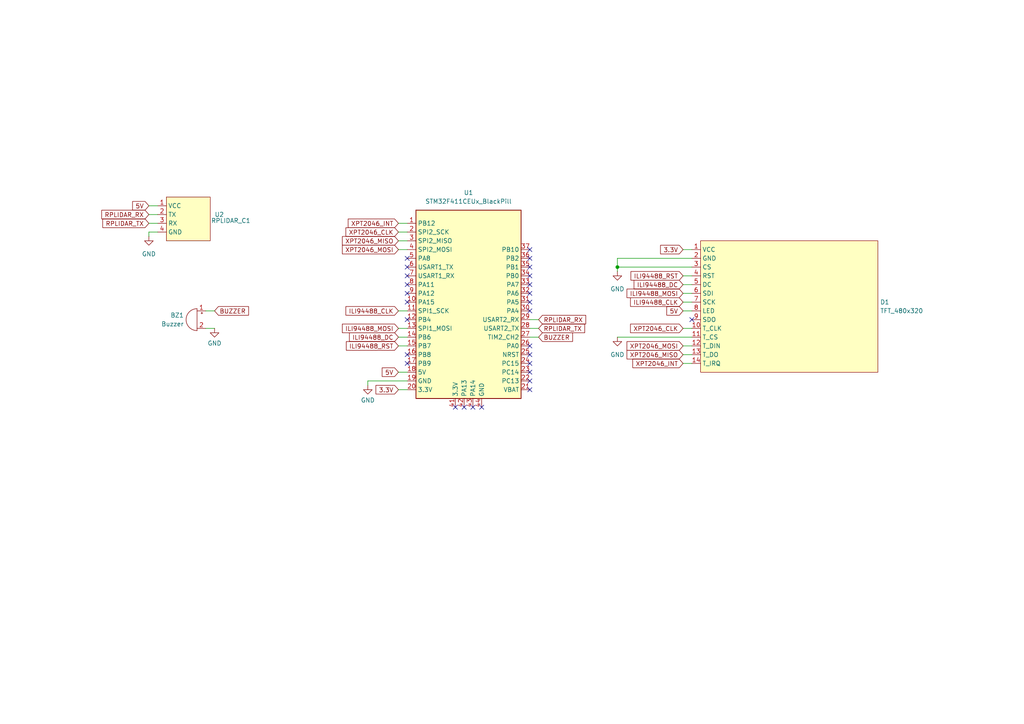
<source format=kicad_sch>
(kicad_sch (version 20250114) (generator "eeschema") (generator_version "9.0")
  (paper "A4")
  (lib_symbols
    (symbol "Device:Buzzer" (pin_names (offset 0.0254) (hide yes))
      (property "Reference" "BZ" (at 3.81 1.27 0))
      (property "Value" "Buzzer" (at 3.81 -1.27 0))
      (symbol "Buzzer_0_1"
        (polyline (pts (xy -1.651 1.905) (xy -1.143 1.905)))
        (polyline (pts (xy -1.397 2.159) (xy -1.397 1.651)))
        (arc (start 0 3.175) (mid 3.1612 0) (end 0 -3.175))
        (polyline (pts (xy 0 3.175) (xy 0 -3.175)))
      )
      (symbol "Buzzer_1_1"
        (pin passive line (at -2.54 2.54 0) (length 2.54) (name "+") (number "1"))
        (pin passive line (at -2.54 -2.54 0) (length 2.54) (name "-") (number "2"))
      )
    )
    (symbol "Project:RPLIDAR_C1"
      (property "Reference" "U" (at 7.874 3.81 0))
      (property "Value" "RPLIDAR_C1" (at -0.508 7.62 0))
      (symbol "RPLIDAR_C1_1_1"
        (rectangle (start -6.35 6.35) (end 6.35 -6.35) (fill (type background)))
        (pin power_in line (at -8.89 3.81 0) (length 2.54) (name "VCC") (number "1"))
        (pin output line (at -8.89 1.27 0) (length 2.54) (name "TX") (number "2"))
        (pin output line (at -8.89 -1.27 0) (length 2.54) (name "RX") (number "3"))
        (pin power_in line (at -8.89 -3.81 0) (length 2.54) (name "GND") (number "4"))
      )
    )
    (symbol "Project:STM32F411CEUx_BlackPill"
      (property "Reference" "U" (at -15.24 41.91 0))
      (property "Value" "STM32F411CEUx_BlackPill" (at -12.192 41.402 0))
      (symbol "STM32F411CEUx_BlackPill_0_1"
        (rectangle (start -15.24 39.37) (end 15.24 -15.24) (stroke (width 0.254)) (fill (type background)))
      )
      (symbol "STM32F411CEUx_BlackPill_1_1"
        (pin bidirectional line (at -17.78 35.56 0) (length 2.54) (name "PB12") (number "1"))
        (pin bidirectional line (at -17.78 33.02 0) (length 2.54) (name "PB13") (number "2") (alternate "SPI2_SCK" bidirectional line))
        (pin bidirectional line (at -17.78 30.48 0) (length 2.54) (name "PB14") (number "3") (alternate "SPI2_MISO" bidirectional line))
        (pin bidirectional line (at -17.78 27.94 0) (length 2.54) (name "PB15") (number "4") (alternate "SPI2_MOSI" bidirectional line))
        (pin bidirectional line (at -17.78 25.4 0) (length 2.54) (name "PA8") (number "5"))
        (pin bidirectional line (at -17.78 22.86 0) (length 2.54) (name "PA9") (number "6") (alternate "USART1_TX" bidirectional line))
        (pin bidirectional line (at -17.78 20.32 0) (length 2.54) (name "PA10") (number "7") (alternate "USART1_RX" bidirectional line))
        (pin bidirectional line (at -17.78 17.78 0) (length 2.54) (name "PA11") (number "8"))
        (pin bidirectional line (at -17.78 15.24 0) (length 2.54) (name "PA12") (number "9"))
        (pin bidirectional line (at -17.78 12.7 0) (length 2.54) (name "PA15") (number "10") (alternate "USART1_TX" bidirectional line))
        (pin bidirectional line (at -17.78 10.16 0) (length 2.54) (name "PB3") (number "11") (alternate "SPI1_SCK" bidirectional line) (alternate "TIM2_CH2" bidirectional line) (alternate "USART1_RX" bidirectional line))
        (pin bidirectional line (at -17.78 7.62 0) (length 2.54) (name "PB4") (number "12"))
        (pin bidirectional line (at -17.78 5.08 0) (length 2.54) (name "PB5") (number "13") (alternate "SPI1_MOSI" bidirectional line))
        (pin bidirectional line (at -17.78 2.54 0) (length 2.54) (name "PB6") (number "14") (alternate "USART1_TX" bidirectional line))
        (pin bidirectional line (at -17.78 0 0) (length 2.54) (name "PB7") (number "15") (alternate "USART1_RX" bidirectional line))
        (pin bidirectional line (at -17.78 -2.54 0) (length 2.54) (name "PB8") (number "16"))
        (pin bidirectional line (at -17.78 -5.08 0) (length 2.54) (name "PB9") (number "17"))
        (pin power_out line (at -17.78 -7.62 0) (length 2.54) (name "5V") (number "18"))
        (pin power_out line (at -17.78 -10.16 0) (length 2.54) (name "GND") (number "19"))
        (pin power_out line (at -17.78 -12.7 0) (length 2.54) (name "3.3V") (number "20"))
        (pin power_out line (at -3.81 -17.78 90) (length 2.54) (name "3.3V") (number "41"))
        (pin bidirectional line (at -1.27 -17.78 90) (length 2.54) (name "PA13") (number "42"))
        (pin bidirectional line (at 1.27 -17.78 90) (length 2.54) (name "PA14") (number "43"))
        (pin power_out line (at 3.81 -17.78 90) (length 2.54) (name "GND") (number "44"))
        (pin bidirectional line (at 17.78 27.94 180) (length 2.54) (name "PB10") (number "37") (alternate "SPI2_SCK" bidirectional line))
        (pin bidirectional line (at 17.78 25.4 180) (length 2.54) (name "PB2") (number "36"))
        (pin bidirectional line (at 17.78 22.86 180) (length 2.54) (name "PB1") (number "35"))
        (pin bidirectional line (at 17.78 20.32 180) (length 2.54) (name "PB0") (number "34"))
        (pin bidirectional line (at 17.78 17.78 180) (length 2.54) (name "PA7") (number "33") (alternate "SPI1_MOSI" bidirectional line))
        (pin bidirectional line (at 17.78 15.24 180) (length 2.54) (name "PA6") (number "32"))
        (pin bidirectional line (at 17.78 12.7 180) (length 2.54) (name "PA5") (number "31") (alternate "SPI1_SCK" bidirectional line))
        (pin bidirectional line (at 17.78 10.16 180) (length 2.54) (name "PA4") (number "30"))
        (pin bidirectional line (at 17.78 7.62 180) (length 2.54) (name "PA3") (number "29") (alternate "USART2_RX" bidirectional line))
        (pin bidirectional line (at 17.78 5.08 180) (length 2.54) (name "PA2") (number "28") (alternate "USART2_TX" bidirectional line))
        (pin bidirectional line (at 17.78 2.54 180) (length 2.54) (name "PA1") (number "27") (alternate "TIM2_CH2" bidirectional line))
        (pin bidirectional line (at 17.78 0 180) (length 2.54) (name "PA0") (number "26"))
        (pin input line (at 17.78 -2.54 180) (length 2.54) (name "NRST") (number "25"))
        (pin bidirectional line (at 17.78 -5.08 180) (length 2.54) (name "PC15") (number "24"))
        (pin bidirectional line (at 17.78 -7.62 180) (length 2.54) (name "PC14") (number "23"))
        (pin bidirectional line (at 17.78 -10.16 180) (length 2.54) (name "PC13") (number "22"))
        (pin power_in line (at 17.78 -12.7 180) (length 2.54) (name "VBAT") (number "21"))
      )
    )
    (symbol "Project:TFT_ILI9488_480x320"
      (property "Reference" "D" (at -11.176 20.447 0))
      (property "Value" "TFT_480x320" (at 0 20.447 0))
      (symbol "TFT_ILI9488_480x320_1_1"
        (rectangle (start -25.4 19.05) (end 26.035 -19.05) (fill (type background)))
        (pin power_in line (at -27.94 16.51 0) (length 2.54) (name "VCC") (number "1"))
        (pin power_in line (at -27.94 13.97 0) (length 2.54) (name "GND") (number "2"))
        (pin input line (at -27.94 11.43 0) (length 2.54) (name "CS") (number "3"))
        (pin input line (at -27.94 8.89 0) (length 2.54) (name "RST") (number "4"))
        (pin input line (at -27.94 6.35 0) (length 2.54) (name "DC") (number "5"))
        (pin input line (at -27.94 3.81 0) (length 2.54) (name "SDI") (number "6"))
        (pin input line (at -27.94 1.27 0) (length 2.54) (name "SCK") (number "7"))
        (pin input line (at -27.94 -1.27 0) (length 2.54) (name "LED") (number "8"))
        (pin output line (at -27.94 -3.81 0) (length 2.54) (name "SDO") (number "9"))
        (pin input line (at -27.94 -6.35 0) (length 2.54) (name "T_CLK") (number "10"))
        (pin input line (at -27.94 -8.89 0) (length 2.54) (name "T_CS") (number "11"))
        (pin input line (at -27.94 -11.43 0) (length 2.54) (name "T_DIN") (number "12"))
        (pin output line (at -27.94 -13.97 0) (length 2.54) (name "T_DO") (number "13"))
        (pin output line (at -27.94 -16.51 0) (length 2.54) (name "T_IRQ") (number "14"))
      )
    )
    (symbol "power:GND" (power) (pin_numbers (hide yes)) (pin_names (offset 0) (hide yes))
      (property "Value" "GND" (at 0 -3.81 0))
      (symbol "GND_0_1"
        (polyline (pts (xy 0 0) (xy 0 -1.27) (xy 1.27 -1.27) (xy 0 -2.54) (xy -1.27 -1.27) (xy 0 -1.27)))
      )
      (symbol "GND_1_1"
        (pin power_in line (at 0 0 270) (length 0) (name "~") (number "1"))
      )
    )
  )
  (junction (at 179.07 77.47))
  (no_connect (at 153.67 72.39))
  (no_connect (at 118.11 105.41))
  (no_connect (at 118.11 87.63))
  (no_connect (at 153.67 107.95))
  (no_connect (at 153.67 90.17))
  (no_connect (at 118.11 77.47))
  (no_connect (at 153.67 87.63))
  (no_connect (at 153.67 85.09))
  (no_connect (at 132.08 118.11))
  (no_connect (at 153.67 80.01))
  (no_connect (at 153.67 113.03))
  (no_connect (at 118.11 92.71))
  (no_connect (at 153.67 110.49))
  (no_connect (at 118.11 82.55))
  (no_connect (at 153.67 74.93))
  (no_connect (at 118.11 74.93))
  (no_connect (at 153.67 105.41))
  (no_connect (at 118.11 102.87))
  (no_connect (at 200.66 92.71))
  (no_connect (at 153.67 102.87))
  (no_connect (at 118.11 80.01))
  (no_connect (at 137.16 118.11))
  (no_connect (at 118.11 85.09))
  (no_connect (at 139.7 118.11))
  (no_connect (at 153.67 77.47))
  (no_connect (at 153.67 82.55))
  (no_connect (at 134.62 118.11))
  (no_connect (at 153.67 100.33))
  (wire (pts (xy 115.57 113.03) (xy 118.11 113.03)))
  (wire (pts (xy 198.12 100.33) (xy 200.66 100.33)))
  (wire (pts (xy 179.07 97.79) (xy 200.66 97.79)))
  (wire (pts (xy 115.57 67.31) (xy 118.11 67.31)))
  (wire (pts (xy 115.57 95.25) (xy 118.11 95.25)))
  (wire (pts (xy 179.07 77.47) (xy 179.07 74.93)))
  (wire (pts (xy 59.69 95.25) (xy 62.23 95.25)))
  (wire (pts (xy 43.18 64.77) (xy 45.72 64.77)))
  (wire (pts (xy 198.12 87.63) (xy 200.66 87.63)))
  (wire (pts (xy 198.12 95.25) (xy 200.66 95.25)))
  (wire (pts (xy 115.57 69.85) (xy 118.11 69.85)))
  (wire (pts (xy 115.57 90.17) (xy 118.11 90.17)))
  (wire (pts (xy 106.68 110.49) (xy 118.11 110.49)))
  (wire (pts (xy 115.57 64.77) (xy 118.11 64.77)))
  (wire (pts (xy 115.57 72.39) (xy 118.11 72.39)))
  (wire (pts (xy 43.18 67.31) (xy 45.72 67.31)))
  (wire (pts (xy 198.12 80.01) (xy 200.66 80.01)))
  (wire (pts (xy 153.67 92.71) (xy 156.21 92.71)))
  (wire (pts (xy 179.07 74.93) (xy 200.66 74.93)))
  (wire (pts (xy 198.12 90.17) (xy 200.66 90.17)))
  (wire (pts (xy 153.67 95.25) (xy 156.21 95.25)))
  (wire (pts (xy 198.12 82.55) (xy 200.66 82.55)))
  (wire (pts (xy 198.12 105.41) (xy 200.66 105.41)))
  (wire (pts (xy 43.18 68.58) (xy 43.18 67.31)))
  (wire (pts (xy 198.12 85.09) (xy 200.66 85.09)))
  (wire (pts (xy 115.57 100.33) (xy 118.11 100.33)))
  (wire (pts (xy 106.68 111.76) (xy 106.68 110.49)))
  (wire (pts (xy 179.07 77.47) (xy 200.66 77.47)))
  (wire (pts (xy 43.18 62.23) (xy 45.72 62.23)))
  (wire (pts (xy 115.57 97.79) (xy 118.11 97.79)))
  (wire (pts (xy 115.57 107.95) (xy 118.11 107.95)))
  (wire (pts (xy 59.69 90.17) (xy 62.23 90.17)))
  (wire (pts (xy 153.67 97.79) (xy 156.21 97.79)))
  (wire (pts (xy 179.07 78.74) (xy 179.07 77.47)))
  (wire (pts (xy 198.12 102.87) (xy 200.66 102.87)))
  (wire (pts (xy 43.18 59.69) (xy 45.72 59.69)))
  (wire (pts (xy 198.12 72.39) (xy 200.66 72.39)))
  (global_label "ILI94488_CLK" (shape input) (at 115.57 90.17 180) (property "Intersheetrefs" "${INTERSHEET_REFS}" (effects (hide yes))))
  (global_label "ILI94488_MOSI" (shape input) (at 198.12 85.09 180) (property "Intersheetrefs" "${INTERSHEET_REFS}" (effects (hide yes))))
  (global_label "ILI94488_DC" (shape input) (at 198.12 82.55 180) (property "Intersheetrefs" "${INTERSHEET_REFS}" (effects (hide yes))))
  (global_label "XPT2046_MISO" (shape input) (at 115.57 69.85 180) (property "Intersheetrefs" "${INTERSHEET_REFS}" (effects (hide yes))))
  (global_label "BUZZER" (shape input) (at 156.21 97.79 0) (property "Intersheetrefs" "${INTERSHEET_REFS}" (effects (hide yes))))
  (global_label "3.3V" (shape input) (at 198.12 72.39 180) (property "Intersheetrefs" "${INTERSHEET_REFS}" (effects (hide yes))))
  (global_label "ILI94488_RST" (shape input) (at 115.57 100.33 180) (property "Intersheetrefs" "${INTERSHEET_REFS}" (effects (hide yes))))
  (global_label "ILI94488_DC" (shape input) (at 115.57 97.79 180) (property "Intersheetrefs" "${INTERSHEET_REFS}" (effects (hide yes))))
  (global_label "ILI94488_RST" (shape input) (at 198.12 80.01 180) (property "Intersheetrefs" "${INTERSHEET_REFS}" (effects (hide yes))))
  (global_label "RPLIDAR_TX" (shape input) (at 156.21 95.25 0) (property "Intersheetrefs" "${INTERSHEET_REFS}" (effects (hide yes))))
  (global_label "XPT2046_MISO" (shape input) (at 198.12 102.87 180) (property "Intersheetrefs" "${INTERSHEET_REFS}" (effects (hide yes))))
  (global_label "XPT2046_INT" (shape input) (at 115.57 64.77 180) (property "Intersheetrefs" "${INTERSHEET_REFS}" (effects (hide yes))))
  (global_label "BUZZER" (shape input) (at 62.23 90.17 0) (property "Intersheetrefs" "${INTERSHEET_REFS}" (effects (hide yes))))
  (global_label "ILI94488_MOSI" (shape input) (at 115.57 95.25 180) (property "Intersheetrefs" "${INTERSHEET_REFS}" (effects (hide yes))))
  (global_label "RPLIDAR_TX" (shape input) (at 43.18 64.77 180) (property "Intersheetrefs" "${INTERSHEET_REFS}" (effects (hide yes))))
  (global_label "XPT2046_CLK" (shape input) (at 115.57 67.31 180) (property "Intersheetrefs" "${INTERSHEET_REFS}" (effects (hide yes))))
  (global_label "XPT2046_INT" (shape input) (at 198.12 105.41 180) (property "Intersheetrefs" "${INTERSHEET_REFS}" (effects (hide yes))))
  (global_label "ILI94488_CLK" (shape input) (at 198.12 87.63 180) (property "Intersheetrefs" "${INTERSHEET_REFS}" (effects (hide yes))))
  (global_label "3.3V" (shape input) (at 115.57 113.03 180) (property "Intersheetrefs" "${INTERSHEET_REFS}" (effects (hide yes))))
  (global_label "5V" (shape input) (at 198.12 90.17 180) (property "Intersheetrefs" "${INTERSHEET_REFS}" (effects (hide yes))))
  (global_label "5V" (shape input) (at 115.57 107.95 180) (property "Intersheetrefs" "${INTERSHEET_REFS}" (effects (hide yes))))
  (global_label "RPLIDAR_RX" (shape input) (at 156.21 92.71 0) (property "Intersheetrefs" "${INTERSHEET_REFS}" (effects (hide yes))))
  (global_label "5V" (shape input) (at 43.18 59.69 180) (property "Intersheetrefs" "${INTERSHEET_REFS}" (effects (hide yes))))
  (global_label "RPLIDAR_RX" (shape input) (at 43.18 62.23 180) (property "Intersheetrefs" "${INTERSHEET_REFS}" (effects (hide yes))))
  (global_label "XPT2046_MOSI" (shape input) (at 115.57 72.39 180) (property "Intersheetrefs" "${INTERSHEET_REFS}" (effects (hide yes))))
  (global_label "XPT2046_CLK" (shape input) (at 198.12 95.25 180) (property "Intersheetrefs" "${INTERSHEET_REFS}" (effects (hide yes))))
  (global_label "XPT2046_MOSI" (shape input) (at 198.12 100.33 180) (property "Intersheetrefs" "${INTERSHEET_REFS}" (effects (hide yes))))
  (symbol (lib_id "power:GND") (at 179.07 97.79 0) (unit 1)
    (property "Reference" "#PWR04" (effects (hide yes)))
    (property "Value" "GND" (at 179.07 102.87 0))
    (property "Description" "Power symbol creates a global label with name \"GND\" , ground" (effects (hide yes)))
  )
  (symbol (lib_id "Project:TFT_ILI9488_480x320") (at 228.6 88.9 0) (unit 1)
    (property "Reference" "D1" (at 255.27 87.6299 0) (effects (justify left)))
    (property "Value" "TFT_480x320" (at 255.27 90.1699 0) (effects (justify left)))
    (property "Footprint" "Library:TFT_ILI9488_480x320" (effects (hide yes)))
  )
  (symbol (lib_id "power:GND") (at 43.18 68.58 0) (unit 1)
    (property "Reference" "#PWR01" (effects (hide yes)))
    (property "Value" "GND" (at 43.18 73.66 0))
    (property "Description" "Power symbol creates a global label with name \"GND\" , ground" (effects (hide yes)))
  )
  (symbol (lib_id "Project:RPLIDAR_C1") (at 54.61 63.5 0) (unit 1)
    (property "Reference" "U2" (at 62.23 62.2299 0) (effects (justify left)))
    (property "Value" "RPLIDAR_C1" (at 61.214 64.008 0) (effects (justify left)))
    (property "Footprint" "Connector_JST:JST_XH_B4B-XH-AM_1x04_P2.50mm_Vertical" (effects (hide yes)))
  )
  (symbol (lib_id "Device:Buzzer") (at 57.15 92.71 0) (mirror y) (unit 1)
    (property "Reference" "BZ1" (at 53.34 91.4399 0) (effects (justify left)))
    (property "Value" "Buzzer" (at 53.34 93.9799 0) (effects (justify left)))
    (property "Footprint" "Buzzer_Beeper:Buzzer_D14mm_H7mm_P10mm" (effects (hide yes)))
    (property "Description" "Buzzer, polarized" (effects (hide yes)))
  )
  (symbol (lib_id "Project:STM32F411CEUx_BlackPill") (at 135.89 100.33 0) (unit 1)
    (property "Reference" "U1" (at 135.89 55.88 0))
    (property "Value" "STM32F411CEUx_BlackPill" (at 135.89 58.42 0))
    (property "Footprint" "Library:STM32F4x1CxU6 WeActStudio" (effects (hide yes)))
    (property "Datasheet" "https://github.com/WeActStudio/WeActStudio.BlackPill" (effects (hide yes)))
    (pin "29" (alternate "USART2_RX"))
    (pin "27" (alternate "TIM2_CH2"))
    (pin "4" (alternate "SPI2_MOSI"))
    (pin "28" (alternate "USART2_TX"))
    (pin "11" (alternate "SPI1_SCK"))
    (pin "3" (alternate "SPI2_MISO"))
    (pin "13" (alternate "SPI1_MOSI"))
    (pin "2" (alternate "SPI2_SCK"))
    (pin "7" (alternate "USART1_RX"))
    (pin "6" (alternate "USART1_TX"))
  )
  (symbol (lib_id "power:GND") (at 106.68 111.76 0) (unit 1)
    (property "Reference" "#PWR03" (effects (hide yes)))
    (property "Value" "GND" (at 106.68 116.078 0))
    (property "Description" "Power symbol creates a global label with name \"GND\" , ground" (effects (hide yes)))
  )
  (symbol (lib_id "power:GND") (at 179.07 78.74 0) (unit 1)
    (property "Reference" "#PWR02" (effects (hide yes)))
    (property "Value" "GND" (at 179.07 83.82 0))
    (property "Description" "Power symbol creates a global label with name \"GND\" , ground" (effects (hide yes)))
  )
  (symbol (lib_id "power:GND") (at 62.23 95.25 0) (unit 1)
    (property "Reference" "#PWR05" (effects (hide yes)))
    (property "Value" "GND" (at 62.23 99.568 0))
    (property "Description" "Power symbol creates a global label with name \"GND\" , ground" (effects (hide yes)))
  )
)
</source>
